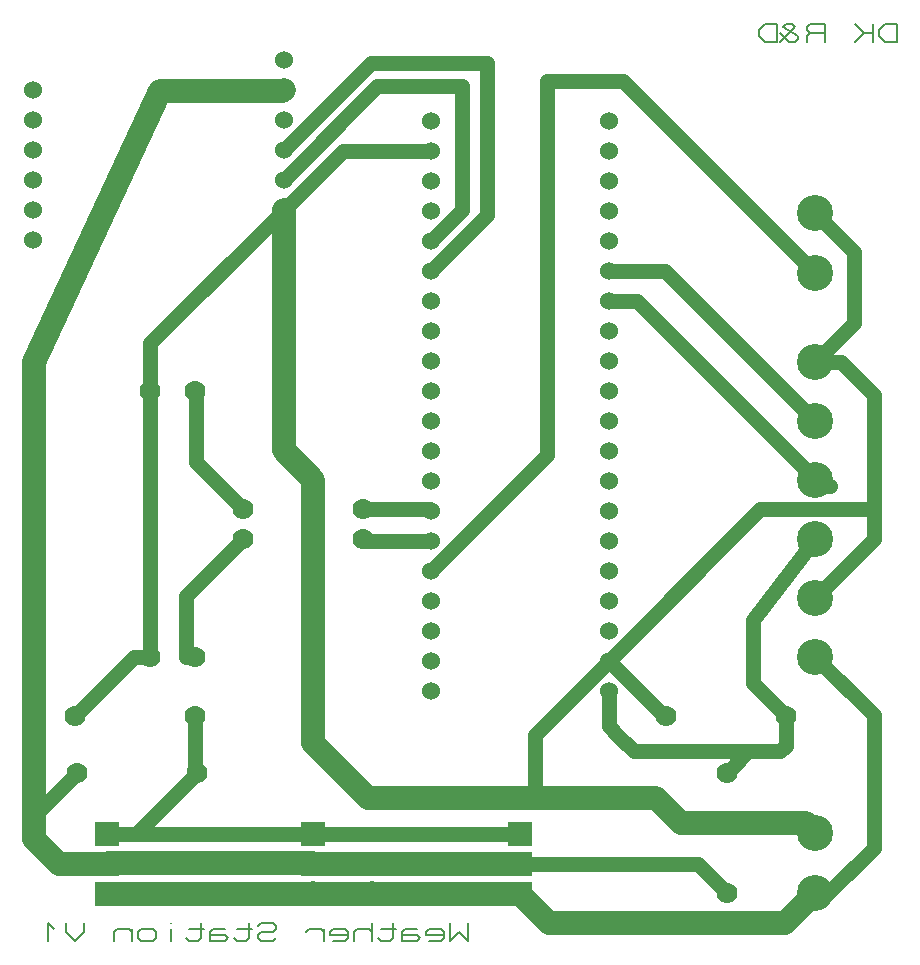
<source format=gbr>
G04 PROTEUS GERBER X2 FILE*
%TF.GenerationSoftware,Labcenter,Proteus,8.13-SP0-Build31525*%
%TF.CreationDate,2023-11-07T11:20:44+00:00*%
%TF.FileFunction,Copper,L2,Bot*%
%TF.FilePolarity,Positive*%
%TF.Part,Single*%
%TF.SameCoordinates,{293bebe2-65df-4ac3-85a1-89f43b831825}*%
%FSLAX45Y45*%
%MOMM*%
G01*
%TA.AperFunction,Conductor*%
%ADD10C,1.270000*%
%ADD11C,2.032000*%
%TA.AperFunction,WasherPad*%
%ADD12C,1.524000*%
%TA.AperFunction,ComponentPad*%
%ADD13C,3.048000*%
%TA.AperFunction,ComponentPad*%
%ADD14R,2.032000X2.032000*%
%TA.AperFunction,ComponentPad*%
%ADD15C,1.778000*%
%TA.AperFunction,NonConductor*%
%ADD16C,0.203200*%
%TD.AperFunction*%
D10*
X-12131000Y+7500000D02*
X-12131000Y+5250000D01*
X-8250000Y+8520000D02*
X-7770380Y+8520000D01*
X-6500000Y+7249620D01*
X-8250000Y+8266000D02*
X-8010387Y+8266000D01*
X-7915790Y+8171403D01*
X-6445264Y+6700877D01*
X-6378422Y+6700877D01*
X-6500000Y+6749240D01*
X-12766000Y+4750000D02*
X-12266000Y+5250000D01*
X-12131000Y+5250000D01*
X-11750000Y+4750000D02*
X-11750000Y+4282000D01*
X-11734000Y+4266000D01*
X-12492000Y+3504000D02*
X-12500000Y+3496000D01*
X-11000000Y+9038000D02*
X-10502000Y+9536000D01*
X-9750000Y+9536000D01*
X-11000000Y+9038000D02*
X-12131000Y+7907000D01*
X-12131000Y+7500000D01*
D11*
X-11000000Y+9038000D02*
X-11000000Y+7000000D01*
X-10750000Y+6750000D01*
X-10750000Y+4522073D01*
X-10284958Y+4057031D01*
D10*
X-7762000Y+4750000D02*
X-7762000Y+4730000D01*
X-8250000Y+5218000D01*
X-7815474Y+4450526D02*
X-7854093Y+4450526D01*
X-8038280Y+4450526D01*
X-8168877Y+4581123D01*
X-8250000Y+4662246D01*
X-8250000Y+4964000D01*
X-8250000Y+4662246D02*
X-8168877Y+4581123D01*
X-8038280Y+4450526D01*
X-7854093Y+4450526D01*
X-7815474Y+4450526D01*
X-7250000Y+4266000D02*
X-7065474Y+4450526D01*
X-6795474Y+4450526D01*
X-6746000Y+4500000D01*
X-6746000Y+4750000D01*
X-7815474Y+4450526D02*
X-7065474Y+4450526D01*
X-8250000Y+5218000D02*
X-8876748Y+4591252D01*
X-8876748Y+4057031D01*
D11*
X-10284958Y+4057031D02*
X-8876748Y+4057031D01*
D10*
X-11000000Y+9292000D02*
X-10206884Y+10085116D01*
X-9492542Y+10085116D01*
X-9492542Y+9031458D01*
X-9750000Y+8774000D01*
X-9750000Y+8520000D02*
X-9277353Y+8992647D01*
X-9277353Y+10281092D01*
X-10264908Y+10281092D01*
X-11000000Y+9546000D01*
X-6500000Y+3254000D02*
X-6387932Y+3254000D01*
X-6005983Y+3635949D01*
X-6005983Y+4756623D01*
X-6500000Y+5250640D01*
D11*
X-8876748Y+4057031D02*
X-7847870Y+4057031D01*
X-7634157Y+3843318D01*
X-6581318Y+3843318D01*
X-6500000Y+3762000D01*
D10*
X-12518556Y+3530556D02*
X-12492000Y+3504000D01*
X-12196722Y+3538556D02*
X-12188722Y+3530556D01*
X-12162166Y+3504000D01*
X-12188722Y+3530556D02*
X-12188722Y+3538556D01*
X-12154166Y+3504000D01*
X-12146166Y+3496000D01*
X-12154166Y+3496000D01*
X-12188722Y+3538556D02*
X-12196722Y+3538556D01*
D11*
X-12154166Y+3504000D02*
X-12162166Y+3504000D01*
D10*
X-12154166Y+3496000D01*
X-12146166Y+3488000D01*
X-12000000Y+3488000D01*
D11*
X-12162166Y+3504000D02*
X-12492000Y+3504000D01*
D10*
X-12154166Y+3496000D02*
X-12500000Y+3496000D01*
X-12250000Y+3750000D02*
X-12500000Y+3750000D01*
X-12250000Y+3750000D02*
X-11734000Y+4266000D01*
X-12750000Y+4266000D02*
X-13115399Y+3900601D01*
D11*
X-13115399Y+3706679D01*
X-12904720Y+3496000D01*
X-12500000Y+3496000D01*
X-10750000Y+3242000D02*
X-10258000Y+3242000D01*
X-10250000Y+3242000D01*
X-10258000Y+3242000D02*
X-10250000Y+3250000D01*
X-10250000Y+3242000D01*
X-10250000Y+3496000D02*
X-10750000Y+3496000D01*
X-10750000Y+3504000D01*
X-12154166Y+3504000D01*
X-12500000Y+3242000D02*
X-10758000Y+3242000D01*
X-10750000Y+3250000D01*
X-10750000Y+3242000D01*
X-10758000Y+3242000D02*
X-10750000Y+3242000D01*
D10*
X-10250000Y+3750000D02*
X-10750000Y+3750000D01*
X-12250000Y+3750000D01*
D11*
X-6500000Y+3254000D02*
X-6754000Y+3000000D01*
X-8758000Y+3000000D01*
X-9000000Y+3242000D01*
X-10250000Y+3242000D02*
X-9000000Y+3242000D01*
X-9000000Y+3496000D02*
X-10250000Y+3496000D01*
D10*
X-10250000Y+3750000D02*
X-9000000Y+3750000D01*
X-9000000Y+3496000D02*
X-7496000Y+3496000D01*
X-7250000Y+3250000D01*
X-6746000Y+4750000D02*
X-7028222Y+5032222D01*
X-7028222Y+5563934D01*
X-6500000Y+6248860D01*
X-6500000Y+7750000D02*
X-6280407Y+7750000D01*
X-6000000Y+7469593D01*
X-6000000Y+6500000D01*
X-6968000Y+6500000D01*
X-8250000Y+5218000D01*
X-6500000Y+5751020D02*
X-6000510Y+6250510D01*
X-6000000Y+6500000D01*
X-6500000Y+7750000D02*
X-6169270Y+8080730D01*
X-6169270Y+8135461D01*
X-6169270Y+8677270D01*
X-6500000Y+9008000D01*
X-6500000Y+8500000D02*
X-8125192Y+10125192D01*
X-8771352Y+10125192D01*
X-8771352Y+6958648D01*
X-9750000Y+5980000D01*
D11*
X-13115399Y+3900601D02*
X-13115399Y+7750000D01*
X-12050026Y+10038936D01*
X-11015064Y+10038936D01*
X-11000000Y+10054000D01*
D10*
X-10326000Y+6500000D02*
X-9762000Y+6500000D01*
X-9750000Y+6488000D01*
X-11342000Y+6500000D02*
X-11740000Y+6898000D01*
X-11740000Y+7500000D01*
X-11750000Y+7500000D01*
X-9750000Y+6234000D02*
X-10314000Y+6234000D01*
X-10330000Y+6250000D01*
X-11346000Y+6250000D02*
X-11830000Y+5766000D01*
X-11830000Y+5250000D01*
X-11750000Y+5250000D01*
D12*
X-11000000Y+10308000D03*
X-11000000Y+10054000D03*
X-11000000Y+9800000D03*
X-11000000Y+9546000D03*
X-11000000Y+9292000D03*
X-11000000Y+9038000D03*
D13*
X-6500000Y+3254000D03*
X-6500000Y+3762000D03*
X-6500000Y+7750000D03*
X-6500000Y+7249620D03*
X-6500000Y+6749240D03*
X-6500000Y+6248860D03*
X-6500000Y+5751020D03*
X-6500000Y+5250640D03*
X-6500000Y+8500000D03*
X-6500000Y+9008000D03*
D14*
X-10750000Y+3750000D03*
X-10750000Y+3496000D03*
X-10750000Y+3242000D03*
X-9000000Y+3750000D03*
X-9000000Y+3496000D03*
X-9000000Y+3242000D03*
X-12500000Y+3750000D03*
X-12500000Y+3496000D03*
X-12500000Y+3242000D03*
D15*
X-12750000Y+4266000D03*
X-11734000Y+4266000D03*
X-10326000Y+6500000D03*
X-11342000Y+6500000D03*
X-11750000Y+7500000D03*
X-12131000Y+7500000D03*
X-11750000Y+5250000D03*
X-12131000Y+5250000D03*
X-10330000Y+6250000D03*
X-11346000Y+6250000D03*
D12*
X-8250000Y+4964000D03*
X-8250000Y+5218000D03*
X-8250000Y+5472000D03*
X-8250000Y+5726000D03*
X-8250000Y+5980000D03*
X-8250000Y+6234000D03*
X-8250000Y+6488000D03*
X-8250000Y+6742000D03*
X-8250000Y+6996000D03*
X-8250000Y+7250000D03*
X-8250000Y+7504000D03*
X-8250000Y+7758000D03*
X-8250000Y+8012000D03*
X-8250000Y+8266000D03*
X-8250000Y+8520000D03*
X-8250000Y+8774000D03*
X-8250000Y+9028000D03*
X-8250000Y+9282000D03*
X-8250000Y+9536000D03*
X-8250000Y+9790000D03*
X-9750000Y+4964000D03*
X-9750000Y+5218000D03*
X-9750000Y+5472000D03*
X-9750000Y+5726000D03*
X-9750000Y+5980000D03*
X-9750000Y+6234000D03*
X-9750000Y+6488000D03*
X-9750000Y+6742000D03*
X-9750000Y+6996000D03*
X-9750000Y+7250000D03*
X-9750000Y+7504000D03*
X-9750000Y+7758000D03*
X-9750000Y+8012000D03*
X-9750000Y+8266000D03*
X-9750000Y+8520000D03*
X-9750000Y+8774000D03*
X-9750000Y+9028000D03*
X-9750000Y+9282000D03*
X-9750000Y+9536000D03*
X-9750000Y+9790000D03*
D15*
X-6746000Y+4750000D03*
X-7762000Y+4750000D03*
X-11750000Y+4750000D03*
X-12766000Y+4750000D03*
X-7250000Y+3250000D03*
X-7250000Y+4266000D03*
D12*
X-13124000Y+10052000D03*
X-13124000Y+9798000D03*
X-13124000Y+9544000D03*
X-13124000Y+9290000D03*
X-13124000Y+9036000D03*
X-13124000Y+8782000D03*
D16*
X-5810000Y+10456800D02*
X-5810000Y+10609200D01*
X-5911600Y+10609200D01*
X-5962400Y+10558400D01*
X-5962400Y+10507600D01*
X-5911600Y+10456800D01*
X-5810000Y+10456800D01*
X-6013200Y+10609200D02*
X-6013200Y+10456800D01*
X-6165600Y+10609200D02*
X-6089400Y+10533000D01*
X-6165600Y+10456800D01*
X-6013200Y+10533000D02*
X-6089400Y+10533000D01*
X-6419600Y+10456800D02*
X-6419600Y+10609200D01*
X-6546600Y+10609200D01*
X-6572000Y+10583800D01*
X-6572000Y+10558400D01*
X-6546600Y+10533000D01*
X-6419600Y+10533000D01*
X-6546600Y+10533000D02*
X-6572000Y+10507600D01*
X-6572000Y+10456800D01*
X-6800600Y+10456800D02*
X-6673600Y+10583800D01*
X-6699000Y+10609200D01*
X-6749800Y+10609200D01*
X-6775200Y+10583800D01*
X-6648200Y+10507600D01*
X-6648200Y+10482200D01*
X-6673600Y+10456800D01*
X-6724400Y+10456800D01*
X-6800600Y+10533000D01*
X-6826000Y+10456800D02*
X-6826000Y+10609200D01*
X-6927600Y+10609200D01*
X-6978400Y+10558400D01*
X-6978400Y+10507600D01*
X-6927600Y+10456800D01*
X-6826000Y+10456800D01*
X-9440000Y+2999200D02*
X-9440000Y+2846800D01*
X-9516200Y+2923000D01*
X-9592400Y+2846800D01*
X-9592400Y+2999200D01*
X-9643200Y+2897600D02*
X-9795600Y+2897600D01*
X-9795600Y+2923000D01*
X-9770200Y+2948400D01*
X-9668600Y+2948400D01*
X-9643200Y+2923000D01*
X-9643200Y+2872200D01*
X-9668600Y+2846800D01*
X-9770200Y+2846800D01*
X-9871800Y+2948400D02*
X-9973400Y+2948400D01*
X-9998800Y+2923000D01*
X-9998800Y+2846800D01*
X-9871800Y+2846800D01*
X-9846400Y+2872200D01*
X-9871800Y+2897600D01*
X-9998800Y+2897600D01*
X-10075000Y+2999200D02*
X-10075000Y+2872200D01*
X-10100400Y+2846800D01*
X-10176600Y+2846800D01*
X-10202000Y+2872200D01*
X-10049600Y+2948400D02*
X-10176600Y+2948400D01*
X-10405200Y+2846800D02*
X-10405200Y+2923000D01*
X-10379800Y+2948400D01*
X-10278200Y+2948400D01*
X-10252800Y+2923000D01*
X-10252800Y+2999200D02*
X-10252800Y+2846800D01*
X-10456000Y+2897600D02*
X-10608400Y+2897600D01*
X-10608400Y+2923000D01*
X-10583000Y+2948400D01*
X-10481400Y+2948400D01*
X-10456000Y+2923000D01*
X-10456000Y+2872200D01*
X-10481400Y+2846800D01*
X-10583000Y+2846800D01*
X-10659200Y+2846800D02*
X-10659200Y+2948400D01*
X-10659200Y+2923000D02*
X-10684600Y+2948400D01*
X-10786200Y+2948400D01*
X-10811600Y+2923000D01*
X-11065600Y+2872200D02*
X-11091000Y+2846800D01*
X-11192600Y+2846800D01*
X-11218000Y+2872200D01*
X-11218000Y+2897600D01*
X-11192600Y+2923000D01*
X-11091000Y+2923000D01*
X-11065600Y+2948400D01*
X-11065600Y+2973800D01*
X-11091000Y+2999200D01*
X-11192600Y+2999200D01*
X-11218000Y+2973800D01*
X-11294200Y+2999200D02*
X-11294200Y+2872200D01*
X-11319600Y+2846800D01*
X-11395800Y+2846800D01*
X-11421200Y+2872200D01*
X-11268800Y+2948400D02*
X-11395800Y+2948400D01*
X-11497400Y+2948400D02*
X-11599000Y+2948400D01*
X-11624400Y+2923000D01*
X-11624400Y+2846800D01*
X-11497400Y+2846800D01*
X-11472000Y+2872200D01*
X-11497400Y+2897600D01*
X-11624400Y+2897600D01*
X-11700600Y+2999200D02*
X-11700600Y+2872200D01*
X-11726000Y+2846800D01*
X-11802200Y+2846800D01*
X-11827600Y+2872200D01*
X-11675200Y+2948400D02*
X-11802200Y+2948400D01*
X-11954600Y+2948400D02*
X-11954600Y+2846800D01*
X-11954600Y+2999200D02*
X-11954600Y+2999200D01*
X-12081600Y+2923000D02*
X-12107000Y+2948400D01*
X-12208600Y+2948400D01*
X-12234000Y+2923000D01*
X-12234000Y+2872200D01*
X-12208600Y+2846800D01*
X-12107000Y+2846800D01*
X-12081600Y+2872200D01*
X-12081600Y+2923000D01*
X-12284800Y+2846800D02*
X-12284800Y+2948400D01*
X-12284800Y+2923000D02*
X-12310200Y+2948400D01*
X-12411800Y+2948400D01*
X-12437200Y+2923000D01*
X-12437200Y+2846800D01*
X-12691200Y+2999200D02*
X-12691200Y+2923000D01*
X-12767400Y+2846800D01*
X-12843600Y+2923000D01*
X-12843600Y+2999200D01*
X-12945200Y+2948400D02*
X-12996000Y+2999200D01*
X-12996000Y+2846800D01*
M02*

</source>
